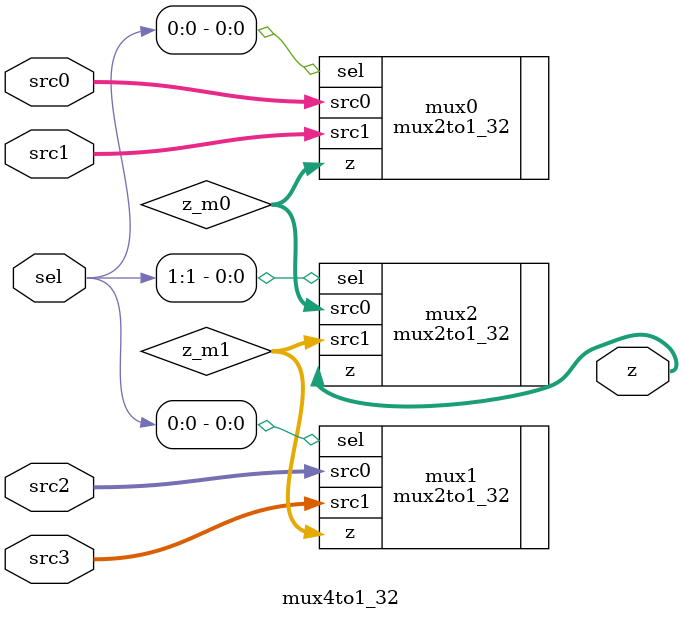
<source format=v>
module mux4to1_32(sel, src0, src1, src2, src3, z);
  
	input [1:0] sel;
	input [31:0] src0;
	input [31:0] src1;
	input [31:0] src2;
	input [31:0] src3;

	output wire [31:0] z;

	// Internal wires 
	wire [31:0] z_m0; //Contains either src0 or src1
	wire [31:0] z_m1; //Contains either src2 or src3

	// We can create a 4to1 mux using 3 pieces of 2to1 muxes
	mux2to1_32 mux0 (.sel(sel[0]), .src0(src0), .src1(src1), .z(z_m0));
	mux2to1_32 mux1 (.sel(sel[0]), .src0(src2), .src1(src3), .z(z_m1));
	mux2to1_32 mux2 (.sel(sel[1]), .src0(z_m0), .src1(z_m1), .z(z));

endmodule
   
</source>
